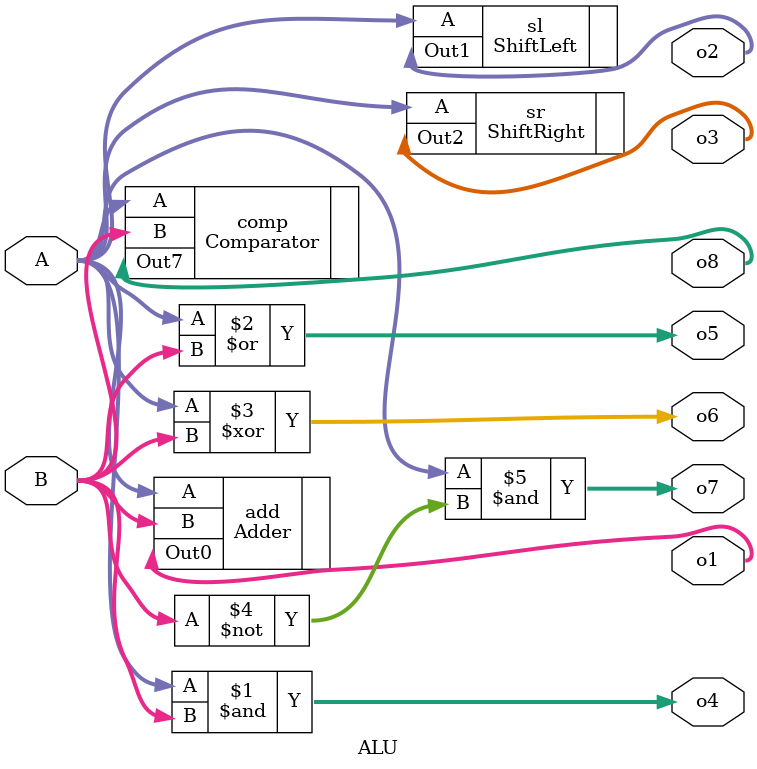
<source format=v>
`timescale 1ns / 1ps
module ALU(
	input [7:0] A, B,
	output [7:0] o1, o2, o3, o4, o5, o6, o7, o8
);

	Adder add(.A(A), .B(B), .Out0(o1));
	ShiftLeft sl(.A(A), .Out1(o2));
	ShiftRight sr(.A(A), .Out2(o3));
	assign o4 = (A & B);
	assign o5 = (A | B);
	assign o6 = (A ^ B);
	assign o7 = (A &~ B);
	Comparator comp(.A(A), .B(B), .Out7(o8));
	initial begin
	$monitor("o1: %d, o2: %d, o3: %d, o4: %d, o5: %d, o6: %d, o7: %d, o8: %d", o1, o2, o3, o4, o5, o6, o7, o8);
	end
endmodule

</source>
